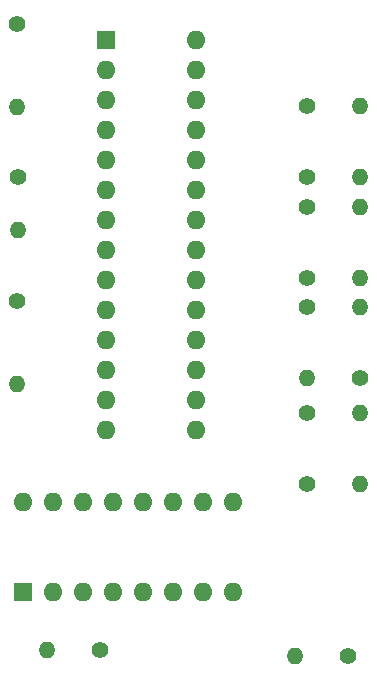
<source format=gbr>
%TF.GenerationSoftware,KiCad,Pcbnew,8.0.2*%
%TF.CreationDate,2024-05-11T22:57:43+02:00*%
%TF.ProjectId,ROBOGT,524f424f-4754-42e6-9b69-6361645f7063,rev?*%
%TF.SameCoordinates,Original*%
%TF.FileFunction,Soldermask,Bot*%
%TF.FilePolarity,Negative*%
%FSLAX46Y46*%
G04 Gerber Fmt 4.6, Leading zero omitted, Abs format (unit mm)*
G04 Created by KiCad (PCBNEW 8.0.2) date 2024-05-11 22:57:43*
%MOMM*%
%LPD*%
G01*
G04 APERTURE LIST*
%ADD10C,1.400000*%
%ADD11O,1.400000X1.400000*%
%ADD12R,1.600000X1.600000*%
%ADD13O,1.600000X1.600000*%
G04 APERTURE END LIST*
D10*
%TO.C,J7*%
X265500000Y-124500000D03*
D11*
X270000000Y-124500000D03*
%TD*%
D10*
%TO.C,J7*%
X270000000Y-115500000D03*
D11*
X265500000Y-115500000D03*
%TD*%
D10*
%TO.C,J4*%
X269000000Y-139000000D03*
D11*
X264500000Y-139000000D03*
%TD*%
D10*
%TO.C,J3*%
X248000000Y-138500000D03*
D11*
X243500000Y-138500000D03*
%TD*%
D10*
%TO.C,J7*%
X265500000Y-107000000D03*
D11*
X270000000Y-107000000D03*
%TD*%
D10*
%TO.C,J7*%
X265500000Y-98500000D03*
D11*
X270000000Y-98500000D03*
%TD*%
D10*
%TO.C,R1*%
X240975000Y-85525000D03*
D11*
X240975000Y-92525000D03*
%TD*%
D10*
%TO.C,J6*%
X265500000Y-101000000D03*
D11*
X270000000Y-101000000D03*
%TD*%
D10*
%TO.C,R2*%
X240975000Y-109000000D03*
D11*
X240975000Y-116000000D03*
%TD*%
D10*
%TO.C,J7*%
X265500000Y-92500000D03*
D11*
X270000000Y-92500000D03*
%TD*%
D12*
%TO.C,U1*%
X241460000Y-133620000D03*
D13*
X244000000Y-133620000D03*
X246540000Y-133620000D03*
X249080000Y-133620000D03*
X251620000Y-133620000D03*
X254160000Y-133620000D03*
X256700000Y-133620000D03*
X259240000Y-133620000D03*
X259240000Y-126000000D03*
X256700000Y-126000000D03*
X254160000Y-126000000D03*
X251620000Y-126000000D03*
X249080000Y-126000000D03*
X246540000Y-126000000D03*
X244000000Y-126000000D03*
X241460000Y-126000000D03*
%TD*%
D10*
%TO.C,J1*%
X265500000Y-118500000D03*
D11*
X270000000Y-118500000D03*
%TD*%
D12*
%TO.C,U2*%
X248500000Y-86880000D03*
D13*
X248500000Y-89420000D03*
X248500000Y-91960000D03*
X248500000Y-94500000D03*
X248500000Y-97040000D03*
X248500000Y-99580000D03*
X248500000Y-102120000D03*
X248500000Y-104660000D03*
X248500000Y-107200000D03*
X248500000Y-109740000D03*
X248500000Y-112280000D03*
X248500000Y-114820000D03*
X248500000Y-117360000D03*
X248500000Y-119900000D03*
X256120000Y-119900000D03*
X256120000Y-117360000D03*
X256120000Y-114820000D03*
X256120000Y-112280000D03*
X256120000Y-109740000D03*
X256120000Y-107200000D03*
X256120000Y-104660000D03*
X256120000Y-102120000D03*
X256120000Y-99580000D03*
X256120000Y-97040000D03*
X256120000Y-94500000D03*
X256120000Y-91960000D03*
X256120000Y-89420000D03*
X256120000Y-86880000D03*
%TD*%
D10*
%TO.C,J5*%
X265500000Y-109500000D03*
D11*
X270000000Y-109500000D03*
%TD*%
D10*
%TO.C,J2*%
X241000000Y-98500000D03*
D11*
X241000000Y-103000000D03*
%TD*%
M02*

</source>
